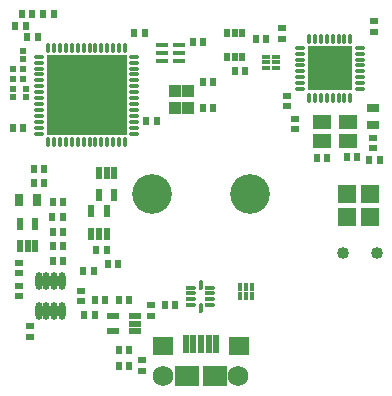
<source format=gts>
%FSLAX24Y24*%
%MOIN*%
G70*
G01*
G75*
G04 Layer_Color=8388736*
%ADD10C,0.0177*%
%ADD11C,0.0100*%
%ADD12C,0.0100*%
%ADD13R,0.0551X0.0453*%
%ADD14O,0.0177X0.0532*%
%ADD15R,0.0343X0.0343*%
%ADD16R,0.0157X0.0335*%
%ADD17O,0.0315X0.0079*%
%ADD18O,0.0079X0.0315*%
%ADD19R,0.2598X0.2598*%
%ADD20O,0.0295X0.0079*%
%ADD21R,0.1417X0.1417*%
%ADD22O,0.0079X0.0295*%
%ADD23O,0.0098X0.0276*%
%ADD24O,0.0276X0.0098*%
%ADD25R,0.0118X0.0193*%
%ADD26R,0.0118X0.0205*%
%ADD27R,0.0138X0.0217*%
%ADD28R,0.0157X0.0532*%
%ADD29R,0.0748X0.0630*%
%ADD30R,0.0630X0.0551*%
%ADD31R,0.0335X0.0374*%
%ADD32R,0.0335X0.0118*%
%ADD33R,0.0217X0.0098*%
%ADD34R,0.0197X0.0354*%
%ADD35R,0.0177X0.0177*%
%ADD36R,0.0157X0.0236*%
%ADD37R,0.0138X0.0157*%
%ADD38R,0.0335X0.0157*%
%ADD39R,0.0236X0.0157*%
%ADD40R,0.0354X0.0197*%
%ADD41C,0.0080*%
%ADD42C,0.0200*%
%ADD43C,0.1260*%
%ADD44C,0.0630*%
%ADD45C,0.0260*%
%ADD46C,0.0300*%
%ADD47C,0.0340*%
%ADD48C,0.0500*%
%ADD49C,0.0240*%
%ADD50C,0.0290*%
%ADD51R,0.2362X0.1890*%
%ADD52O,0.0315X0.0157*%
%ADD53R,0.0394X0.0217*%
%ADD54R,0.0512X0.0217*%
%ADD55R,0.0591X0.0236*%
%ADD56R,0.0354X0.0276*%
%ADD57R,0.0197X0.0315*%
%ADD58O,0.0098X0.0315*%
%ADD59O,0.0315X0.0098*%
%ADD60R,0.1299X0.1299*%
%ADD61R,0.0098X0.0138*%
%ADD62R,0.0187X0.0098*%
%ADD63C,0.0150*%
%ADD64C,0.0098*%
%ADD65C,0.0039*%
%ADD66C,0.0079*%
%ADD67C,0.0050*%
%ADD68C,0.0040*%
%ADD69R,0.0611X0.0513*%
%ADD70O,0.0237X0.0592*%
%ADD71R,0.0606X0.0606*%
%ADD72R,0.0217X0.0395*%
%ADD73O,0.0375X0.0139*%
%ADD74O,0.0139X0.0375*%
%ADD75R,0.2658X0.2658*%
%ADD76O,0.0355X0.0139*%
%ADD77R,0.1477X0.1477*%
%ADD78O,0.0139X0.0355*%
%ADD79O,0.0158X0.0336*%
%ADD80O,0.0336X0.0158*%
%ADD81R,0.0178X0.0253*%
%ADD82R,0.0178X0.0265*%
%ADD83R,0.0198X0.0277*%
%ADD84R,0.0236X0.0610*%
%ADD85R,0.0827X0.0709*%
%ADD86R,0.0709X0.0630*%
%ADD87R,0.0395X0.0434*%
%ADD88R,0.0395X0.0178*%
%ADD89R,0.0277X0.0158*%
%ADD90R,0.0257X0.0414*%
%ADD91R,0.0237X0.0237*%
%ADD92R,0.0217X0.0296*%
%ADD93R,0.0198X0.0217*%
%ADD94R,0.0395X0.0217*%
%ADD95R,0.0296X0.0217*%
%ADD96R,0.0414X0.0257*%
%ADD97C,0.1320*%
%ADD98C,0.0690*%
%ADD99C,0.0400*%
D69*
X4913Y2395D02*
D03*
X4047D02*
D03*
Y1765D02*
D03*
X4913D02*
D03*
D70*
X-5404Y-3902D02*
D03*
X-5148D02*
D03*
X-4892D02*
D03*
X-4636D02*
D03*
X-5404Y-2918D02*
D03*
X-5148D02*
D03*
X-4892D02*
D03*
X-4636D02*
D03*
D71*
X5632Y2D02*
D03*
Y-762D02*
D03*
X4868D02*
D03*
Y2D02*
D03*
D72*
X-2884Y-44D02*
D03*
X-3396D02*
D03*
Y704D02*
D03*
X-3140D02*
D03*
X-2884D02*
D03*
X-3649Y-576D02*
D03*
X-3137D02*
D03*
Y-1324D02*
D03*
X-3393D02*
D03*
X-3649D02*
D03*
X-6026Y-1002D02*
D03*
X-5514D02*
D03*
Y-1750D02*
D03*
X-5770D02*
D03*
X-6026D02*
D03*
D73*
X-5385Y4570D02*
D03*
Y4373D02*
D03*
Y4176D02*
D03*
Y3979D02*
D03*
Y3782D02*
D03*
Y3585D02*
D03*
Y3388D02*
D03*
Y3192D02*
D03*
Y2995D02*
D03*
Y2798D02*
D03*
Y2601D02*
D03*
Y2404D02*
D03*
Y2207D02*
D03*
Y2010D02*
D03*
X-2235D02*
D03*
Y2207D02*
D03*
Y2404D02*
D03*
Y2601D02*
D03*
Y2798D02*
D03*
Y2995D02*
D03*
Y3192D02*
D03*
Y3388D02*
D03*
Y3979D02*
D03*
Y4176D02*
D03*
Y4373D02*
D03*
Y4570D02*
D03*
Y3782D02*
D03*
Y3585D02*
D03*
D74*
X-5090Y1715D02*
D03*
X-4893D02*
D03*
X-4696D02*
D03*
X-4499D02*
D03*
X-4302D02*
D03*
X-4105D02*
D03*
X-3908D02*
D03*
X-3712D02*
D03*
X-3515D02*
D03*
X-3318D02*
D03*
X-3121D02*
D03*
X-2924D02*
D03*
X-2727D02*
D03*
X-2530D02*
D03*
Y4865D02*
D03*
X-2727D02*
D03*
X-2924D02*
D03*
X-3121D02*
D03*
X-3318D02*
D03*
X-3515D02*
D03*
X-3712D02*
D03*
X-3908D02*
D03*
X-4105D02*
D03*
X-4302D02*
D03*
X-4499D02*
D03*
X-4696D02*
D03*
X-4893D02*
D03*
X-5090D02*
D03*
D75*
X-3810Y3290D02*
D03*
D76*
X3299Y3885D02*
D03*
Y4082D02*
D03*
Y3491D02*
D03*
Y3688D02*
D03*
Y4278D02*
D03*
Y4475D02*
D03*
Y4672D02*
D03*
Y4869D02*
D03*
X5287D02*
D03*
Y4672D02*
D03*
Y4475D02*
D03*
Y4278D02*
D03*
Y4082D02*
D03*
Y3885D02*
D03*
Y3688D02*
D03*
Y3491D02*
D03*
D77*
X4293Y4180D02*
D03*
D78*
X4982Y3186D02*
D03*
X4785D02*
D03*
X4588D02*
D03*
X4392D02*
D03*
X4195D02*
D03*
X3998D02*
D03*
X3801D02*
D03*
X3604D02*
D03*
Y5174D02*
D03*
X3801D02*
D03*
X3998D02*
D03*
X4195D02*
D03*
X4392D02*
D03*
X4588D02*
D03*
X4785D02*
D03*
X4982D02*
D03*
D79*
X0Y-3814D02*
D03*
Y-3026D02*
D03*
D80*
X-315Y-3715D02*
D03*
Y-3518D02*
D03*
Y-3322D02*
D03*
Y-3125D02*
D03*
X315D02*
D03*
Y-3322D02*
D03*
Y-3518D02*
D03*
Y-3715D02*
D03*
D81*
X1303Y-3112D02*
D03*
X1500D02*
D03*
X1697D02*
D03*
Y-3408D02*
D03*
X1500D02*
D03*
D82*
X1303D02*
D03*
D83*
X1376Y5373D02*
D03*
X1120D02*
D03*
X864D02*
D03*
Y4547D02*
D03*
X1120D02*
D03*
X1376D02*
D03*
D84*
X-512Y-5017D02*
D03*
X-256D02*
D03*
X512D02*
D03*
X256D02*
D03*
X0D02*
D03*
D85*
X472Y-6070D02*
D03*
X-472D02*
D03*
D86*
X1260Y-5086D02*
D03*
X-1260D02*
D03*
D87*
X-424Y3415D02*
D03*
Y2845D02*
D03*
X-876D02*
D03*
Y3415D02*
D03*
D88*
X-744Y4434D02*
D03*
Y4690D02*
D03*
Y4946D02*
D03*
X-1296Y4434D02*
D03*
Y4690D02*
D03*
Y4946D02*
D03*
D89*
X2517Y4577D02*
D03*
Y4380D02*
D03*
Y4183D02*
D03*
X2183D02*
D03*
Y4380D02*
D03*
Y4577D02*
D03*
D90*
X-5475Y-190D02*
D03*
X-6065D02*
D03*
D91*
X-5933Y3833D02*
D03*
X-6267D02*
D03*
X-5933Y4167D02*
D03*
X-6267D02*
D03*
D92*
X-5923Y2200D02*
D03*
X-6277D02*
D03*
X2177Y5150D02*
D03*
X1823D02*
D03*
X-2753Y-2350D02*
D03*
X-3107D02*
D03*
X-3573Y-2570D02*
D03*
X-3927D02*
D03*
X-3491Y-1860D02*
D03*
X-3137D02*
D03*
X-5223Y840D02*
D03*
X-5577D02*
D03*
X-4603Y-760D02*
D03*
X-4957D02*
D03*
X-4593Y-270D02*
D03*
X-4947D02*
D03*
X-4937Y-1750D02*
D03*
X-4583D02*
D03*
X-4947Y-1279D02*
D03*
X-4593D02*
D03*
X-4583Y-2250D02*
D03*
X-4937D02*
D03*
X-3891Y-4050D02*
D03*
X-3537D02*
D03*
X-2737Y-3540D02*
D03*
X-2383D02*
D03*
X-1873Y5350D02*
D03*
X-2227D02*
D03*
X-5223Y350D02*
D03*
X-5577D02*
D03*
X-3537Y-3540D02*
D03*
X-3183D02*
D03*
X-1207Y-3715D02*
D03*
X-853D02*
D03*
X-6197Y5580D02*
D03*
X-5843D02*
D03*
X-5977Y5980D02*
D03*
X-5623D02*
D03*
X-2747Y-5750D02*
D03*
X-2393D02*
D03*
X-2747Y-5190D02*
D03*
X-2393D02*
D03*
X63Y2850D02*
D03*
X417D02*
D03*
X-1463Y2440D02*
D03*
X-1817D02*
D03*
X417Y3730D02*
D03*
X63D02*
D03*
X-5797Y5240D02*
D03*
X-5443D02*
D03*
X-4913Y6000D02*
D03*
X-5267D02*
D03*
X4207Y1200D02*
D03*
X3853D02*
D03*
X5603Y1120D02*
D03*
X5957D02*
D03*
X4853Y1220D02*
D03*
X5207D02*
D03*
X77Y5050D02*
D03*
X-277D02*
D03*
X1123Y4110D02*
D03*
X1477D02*
D03*
D93*
X-5930Y4482D02*
D03*
Y4758D02*
D03*
X-6270Y3508D02*
D03*
Y3232D02*
D03*
X-5840Y3508D02*
D03*
Y3232D02*
D03*
D94*
X-2934Y-4581D02*
D03*
Y-4070D02*
D03*
X-2186D02*
D03*
Y-4326D02*
D03*
Y-4581D02*
D03*
D95*
X-6060Y-2647D02*
D03*
Y-2293D02*
D03*
X-1660Y-4070D02*
D03*
Y-3715D02*
D03*
X-3990Y-3233D02*
D03*
Y-3587D02*
D03*
X3130Y2153D02*
D03*
Y2507D02*
D03*
X5750Y1867D02*
D03*
Y1513D02*
D03*
X-1960Y-5540D02*
D03*
Y-5894D02*
D03*
X-6060Y-3066D02*
D03*
Y-3420D02*
D03*
X-5710Y-4767D02*
D03*
Y-4413D02*
D03*
X5760Y5747D02*
D03*
Y5393D02*
D03*
X2700Y5527D02*
D03*
Y5173D02*
D03*
X2870Y2923D02*
D03*
Y3277D02*
D03*
D96*
X5750Y2285D02*
D03*
Y2875D02*
D03*
D97*
X1634Y0D02*
D03*
X-1634D02*
D03*
D98*
X1250Y-6070D02*
D03*
X-1250D02*
D03*
D99*
X5870Y-1960D02*
D03*
X4750D02*
D03*
M02*

</source>
